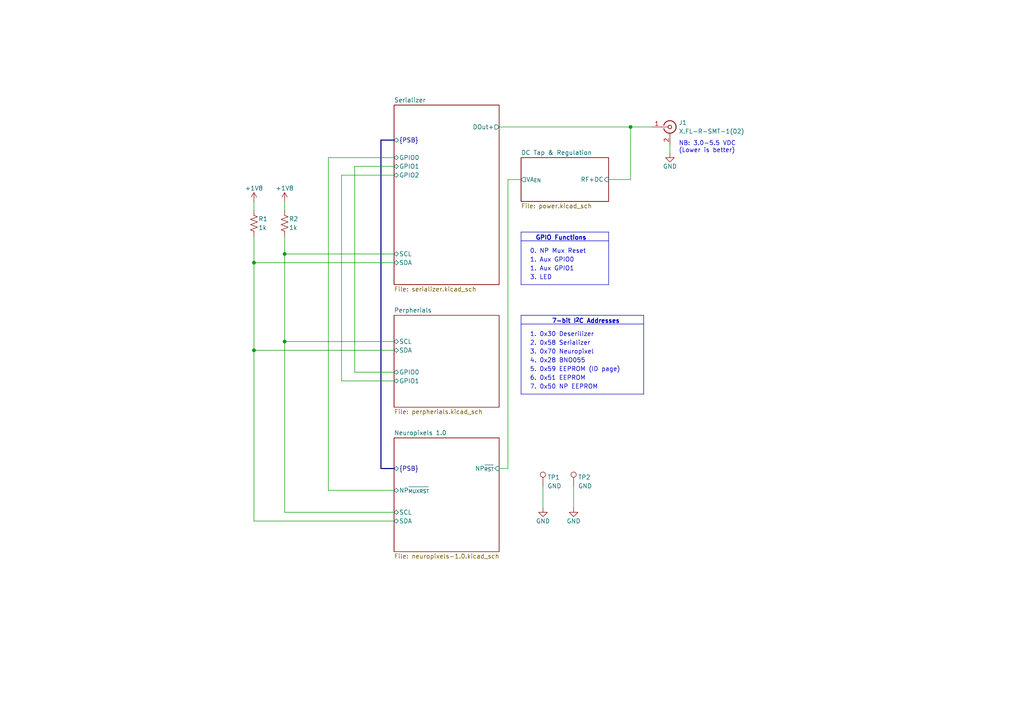
<source format=kicad_sch>
(kicad_sch (version 20230121) (generator eeschema)
  (paper "A4")
  (title_block (title "ONIX Neuropixels 1.0 Economical Headstage") (rev "B") (company "Open Ephys, Inc") (comment 1 "Jonathan P. Newman"))
  (lib_symbols
    (symbol "Connector:Conn_Coaxial" (pin_names (offset 1.016) hide)
      (property "Reference" "J" (at 0.254 3.048 0))
      (property "Value" "Conn_Coaxial" (at 2.921 0 90))
      (symbol "Conn_Coaxial_0_1"
        (arc (start -1.778 -0.508) (mid 0.2311 -1.8066) (end 1.778 0) (stroke (width 0.254)))
        (polyline (pts (xy -2.54 0) (xy -0.508 0)))
        (polyline (pts (xy 0 -2.54) (xy 0 -1.778)))
        (circle (center 0 0) (radius 0.508) (stroke (width 0.2032)))
        (arc (start 1.778 0) (mid 0.2099 1.8101) (end -1.778 0.508) (stroke (width 0.254)))
      )
      (symbol "Conn_Coaxial_1_1"
        (pin passive line (at -5.08 0 0) (length 2.54) (name "In") (number "1"))
        (pin passive line (at 0 -5.08 90) (length 2.54) (name "Ext") (number "2"))
      )
    )
    (symbol "Connector:TestPoint" (pin_numbers hide) (pin_names (offset 0.762) hide)
      (property "Reference" "TP" (at 0 6.858 0))
      (property "Value" "TestPoint" (at 0 5.08 0))
      (symbol "TestPoint_0_1"
        (circle (center 0 3.302) (radius 0.762))
      )
      (symbol "TestPoint_1_1"
        (pin passive line (at 0 0 90) (length 2.54) (name "1") (number "1"))
      )
    )
    (symbol "Device:R_US" (pin_numbers hide) (pin_names (offset 0))
      (property "Reference" "R" (at 2.54 0 90))
      (property "Value" "R_US" (at -2.54 0 90))
      (symbol "R_US_0_1"
        (polyline (pts (xy 0 -2.286) (xy 0 -2.54)))
        (polyline (pts (xy 0 2.286) (xy 0 2.54)))
        (polyline (pts (xy 0 -0.762) (xy 1.016 -1.143) (xy 0 -1.524) (xy -1.016 -1.905) (xy 0 -2.286)))
        (polyline (pts (xy 0 0.762) (xy 1.016 0.381) (xy 0 0) (xy -1.016 -0.381) (xy 0 -0.762)))
        (polyline (pts (xy 0 2.286) (xy 1.016 1.905) (xy 0 1.524) (xy -1.016 1.143) (xy 0 0.762)))
      )
      (symbol "R_US_1_1"
        (pin passive line (at 0 3.81 270) (length 1.27) (name "~") (number "1"))
        (pin passive line (at 0 -3.81 90) (length 1.27) (name "~") (number "2"))
      )
    )
    (symbol "power:+1V8" (power) (pin_names (offset 0))
      (property "Value" "+1V8" (at 0 3.556 0))
      (symbol "+1V8_0_1"
        (polyline (pts (xy -0.762 1.27) (xy 0 2.54)))
        (polyline (pts (xy 0 0) (xy 0 2.54)))
        (polyline (pts (xy 0 2.54) (xy 0.762 1.27)))
      )
      (symbol "+1V8_1_1"
        (pin power_in line (at 0 0 90) (length 0) hide (name "+1V8") (number "1"))
      )
    )
    (symbol "power:GND" (power) (pin_names (offset 0))
      (property "Value" "GND" (at 0 -3.81 0))
      (symbol "GND_0_1"
        (polyline (pts (xy 0 0) (xy 0 -1.27) (xy 1.27 -1.27) (xy 0 -2.54) (xy -1.27 -1.27) (xy 0 -1.27)))
      )
      (symbol "GND_1_1"
        (pin power_in line (at 0 0 270) (length 0) hide (name "GND") (number "1"))
      )
    )
  )
  (bus_alias "" (members))
  (bus_alias "PSB" (members "D[0..6]" "SYNC" "DCLK" "PCLK"))
  (junction (at 182.88 36.83))
  (junction (at 73.66 101.6))
  (junction (at 82.55 73.66))
  (junction (at 73.66 76.2))
  (junction (at 82.55 99.06))
  (bus (pts (xy 114.3 135.89) (xy 110.49 135.89)))
  (wire (pts (xy 147.32 52.07) (xy 147.32 135.89)))
  (wire (pts (xy 99.06 110.49) (xy 114.3 110.49)))
  (polyline (pts (xy 151.13 91.44) (xy 151.13 114.3)))
  (wire (pts (xy 99.06 50.8) (xy 99.06 110.49)))
  (wire (pts (xy 176.53 52.07) (xy 182.88 52.07)))
  (polyline (pts (xy 151.13 93.98) (xy 186.69 93.98)))
  (wire (pts (xy 82.55 73.66) (xy 82.55 99.06)))
  (wire (pts (xy 73.66 76.2) (xy 73.66 101.6)))
  (polyline (pts (xy 176.53 82.55) (xy 151.13 82.55)))
  (wire (pts (xy 73.66 58.42) (xy 73.66 60.96)))
  (wire (pts (xy 82.55 68.58) (xy 82.55 73.66)))
  (polyline (pts (xy 151.13 69.85) (xy 176.53 69.85)))
  (wire (pts (xy 73.66 68.58) (xy 73.66 76.2)))
  (bus (pts (xy 110.49 40.64) (xy 114.3 40.64)))
  (wire (pts (xy 82.55 99.06) (xy 114.3 99.06)))
  (wire (pts (xy 82.55 58.42) (xy 82.55 60.96)))
  (wire (pts (xy 166.37 140.97) (xy 166.37 147.32)))
  (wire (pts (xy 144.78 36.83) (xy 182.88 36.83)))
  (wire (pts (xy 82.55 73.66) (xy 114.3 73.66)))
  (polyline (pts (xy 151.13 91.44) (xy 186.69 91.44)))
  (wire (pts (xy 151.13 52.07) (xy 147.32 52.07)))
  (polyline (pts (xy 186.69 91.44) (xy 186.69 114.3)))
  (wire (pts (xy 73.66 101.6) (xy 73.66 151.13)))
  (polyline (pts (xy 176.53 67.31) (xy 176.53 82.55)))
  (wire (pts (xy 182.88 36.83) (xy 189.23 36.83)))
  (polyline (pts (xy 151.13 67.31) (xy 176.53 67.31)))
  (wire (pts (xy 182.88 36.83) (xy 182.88 52.07)))
  (wire (pts (xy 95.25 45.72) (xy 95.25 142.24)))
  (wire (pts (xy 194.31 41.91) (xy 194.31 44.45)))
  (wire (pts (xy 95.25 45.72) (xy 114.3 45.72)))
  (wire (pts (xy 114.3 50.8) (xy 99.06 50.8)))
  (wire (pts (xy 95.25 142.24) (xy 114.3 142.24)))
  (wire (pts (xy 102.87 48.26) (xy 114.3 48.26)))
  (wire (pts (xy 73.66 101.6) (xy 114.3 101.6)))
  (bus (pts (xy 110.49 135.89) (xy 110.49 40.64)))
  (polyline (pts (xy 186.69 114.3) (xy 151.13 114.3)))
  (wire (pts (xy 102.87 48.26) (xy 102.87 107.95)))
  (wire (pts (xy 157.48 140.97) (xy 157.48 147.32)))
  (wire (pts (xy 73.66 76.2) (xy 114.3 76.2)))
  (polyline (pts (xy 151.13 67.31) (xy 151.13 82.55)))
  (wire (pts (xy 82.55 99.06) (xy 82.55 148.59)))
  (wire (pts (xy 144.78 135.89) (xy 147.32 135.89)))
  (wire (pts (xy 73.66 151.13) (xy 114.3 151.13)))
  (wire (pts (xy 102.87 107.95) (xy 114.3 107.95)))
  (wire (pts (xy 82.55 148.59) (xy 114.3 148.59)))
  (text "GPIO Functions" (at 170.18 69.85 0) (effects (font (size 1.27 1.27) (thickness 0.254) bold) (justify right bottom)))
  (text "2. 0x58 Serializer\n" (at 153.67 100.33 0) (effects (font (size 1.27 1.27)) (justify left bottom)))
  (text "7-bit I^{2}C Addresses" (at 160.02 93.98 0) (effects (font (size 1.27 1.27) (thickness 0.254) bold) (justify left bottom)))
  (text "6. 0x51 EEPROM\n" (at 153.67 110.49 0) (effects (font (size 1.27 1.27)) (justify left bottom)))
  (text "NB: 3.0-5.5 VDC\n(Lower is better)" (at 196.85 44.45 0) (effects (font (size 1.27 1.27)) (justify left bottom)))
  (text "4. 0x28 BNO055\n" (at 153.67 105.41 0) (effects (font (size 1.27 1.27)) (justify left bottom)))
  (text "1. Aux GPIO1\n" (at 153.67 78.74 0) (effects (font (size 1.27 1.27)) (justify left bottom)))
  (text "7. 0x50 NP EEPROM\n" (at 153.67 113.03 0) (effects (font (size 1.27 1.27)) (justify left bottom)))
  (text "0. NP Mux Reset\n" (at 153.67 73.66 0) (effects (font (size 1.27 1.27)) (justify left bottom)))
  (text "5. 0x59 EEPROM (ID page)\n" (at 153.67 107.95 0) (effects (font (size 1.27 1.27)) (justify left bottom)))
  (text "1. Aux GPIO0\n" (at 153.67 76.2 0) (effects (font (size 1.27 1.27)) (justify left bottom)))
  (text "3. 0x70 Neuropixel\n" (at 153.67 102.87 0) (effects (font (size 1.27 1.27)) (justify left bottom)))
  (text "1. 0x30 Deserilizer\n" (at 153.67 97.79 0) (effects (font (size 1.27 1.27)) (justify left bottom)))
  (text "3. LED" (at 153.67 81.28 0) (effects (font (size 1.27 1.27)) (justify left bottom)))
  (symbol (lib_id "power:+1V8") (at 73.66 58.42 0) (unit 1)
    (property "Reference" "#PWR02" (effects hide))
    (property "Value" "+1V8" (at 73.66 54.61 0))
  )
  (symbol (lib_id "power:GND") (at 194.31 44.45 0) (unit 1)
    (property "Reference" "#PWR01" (effects hide))
    (property "Value" "GND" (at 194.31 48.26 0))
  )
  (symbol (lib_id "power:GND") (at 157.48 147.32 0) (mirror y) (unit 1)
    (property "Reference" "#PWR04" (effects hide))
    (property "Value" "GND" (at 157.48 151.13 0))
  )
  (symbol (lib_id "Connector:Conn_Coaxial") (at 194.31 36.83 0) (unit 1)
    (property "Reference" "J1" (at 196.85 35.56 0) (effects (justify left)))
    (property "Value" "X.FL-R-SMT-1(02)" (at 196.85 38.1 0) (effects (justify left)))
    (property "Footprint" "jonnew:HIROSE_X.FL-R-SMT-1" (effects hide))
    (property "Datasheet" " ~" (effects hide))
  )
  (symbol (lib_id "Connector:TestPoint") (at 157.48 140.97 0) (unit 1) (in_bom no)
    (property "Reference" "TP1" (at 158.75 138.43 0) (effects (justify left)))
    (property "Value" "GND" (at 158.75 140.97 0) (effects (justify left)))
    (property "Footprint" "TestPoint:TestPoint_THTPad_D2.5mm_Drill1.2mm" (effects hide))
  )
  (symbol (lib_id "Device:R_US") (at 73.66 64.77 0) (unit 1)
    (property "Reference" "R1" (at 74.93 63.5 0) (effects (justify left)))
    (property "Value" "1k" (at 74.93 66.04 0) (effects (justify left)))
    (property "Footprint" "Resistor_SMD:R_0201_0603Metric" (effects hide))
    (property "CASE/PACKAGE" "0201" (effects hide))
    (property "Tolerance" "1%" (effects hide))
  )
  (symbol (lib_id "power:GND") (at 166.37 147.32 0) (mirror y) (unit 1)
    (property "Reference" "#PWR05" (effects hide))
    (property "Value" "GND" (at 166.37 151.13 0))
  )
  (symbol (lib_id "Device:R_US") (at 82.55 64.77 0) (unit 1)
    (property "Reference" "R2" (at 83.82 63.5 0) (effects (justify left)))
    (property "Value" "1k" (at 83.82 66.04 0) (effects (justify left)))
    (property "Footprint" "Resistor_SMD:R_0201_0603Metric" (effects hide))
    (property "CASE/PACKAGE" "0201" (effects hide))
    (property "Tolerance" "1%" (effects hide))
  )
  (symbol (lib_id "power:+1V8") (at 82.55 58.42 0) (unit 1)
    (property "Reference" "#PWR03" (effects hide))
    (property "Value" "+1V8" (at 82.55 54.61 0))
  )
  (symbol (lib_id "Connector:TestPoint") (at 166.37 140.97 0) (unit 1) (in_bom no)
    (property "Reference" "TP2" (at 167.64 138.43 0) (effects (justify left)))
    (property "Value" "GND" (at 167.64 140.97 0) (effects (justify left)))
    (property "Footprint" "TestPoint:TestPoint_THTPad_D2.5mm_Drill1.2mm" (effects hide))
  )
  (sheet (at 114.3 91.44) (size 30.48 26.67) (stroke (width 0.1524))
    (property "Sheetname" "Perpherials" (at 114.3 90.7284 0) (effects (justify left bottom)))
    (property "Sheetfile" "perpherials.kicad_sch" (at 114.3 118.6946 0) (effects (justify left top)))
    (pin "SDA" bidirectional (at 114.3 101.6 180))
    (pin "SCL" bidirectional (at 114.3 99.06 180))
    (pin "GPIO1" bidirectional (at 114.3 110.49 180))
    (pin "GPIO0" bidirectional (at 114.3 107.95 180))
  )
  (sheet (at 114.3 30.48) (size 30.48 52.07) (stroke (width 0.1524))
    (property "Sheetname" "Serializer" (at 114.3 29.7684 0) (effects (justify left bottom)))
    (property "Sheetfile" "serializer.kicad_sch" (at 114.3 83.1346 0) (effects (justify left top)))
    (pin "DOut+" output (at 144.78 36.83 0))
    (pin "SCL" bidirectional (at 114.3 73.66 180))
    (pin "SDA" bidirectional (at 114.3 76.2 180))
    (pin "GPIO0" bidirectional (at 114.3 45.72 180))
    (pin "GPIO2" bidirectional (at 114.3 50.8 180))
    (pin "GPIO1" bidirectional (at 114.3 48.26 180))
    (pin "{PSB}" bidirectional (at 114.3 40.64 180))
  )
  (sheet (at 151.13 45.72) (size 25.4 12.7) (stroke (width 0.1524))
    (property "Sheetname" "DC Tap & Regulation" (at 151.13 45.0084 0) (effects (justify left bottom)))
    (property "Sheetfile" "power.kicad_sch" (at 151.13 59.0046 0) (effects (justify left top)))
    (pin "RF+DC" input (at 176.53 52.07 0))
    (pin "VA_{EN}" output (at 151.13 52.07 180))
  )
  (sheet (at 114.3 127) (size 30.48 33.02) (stroke (width 0.1524))
    (property "Sheetname" "Neuropixels 1.0" (at 114.3 126.2884 0) (effects (justify left bottom)))
    (property "Sheetfile" "neuropixels-1.0.kicad_sch" (at 114.3 160.6046 0) (effects (justify left top)))
    (pin "SCL" bidirectional (at 114.3 148.59 180))
    (pin "SDA" bidirectional (at 114.3 151.13 180))
    (pin "NP_{~{RST}}" input (at 144.78 135.89 0))
    (pin "NP_{~{MUXRST}}" bidirectional (at 114.3 142.24 180))
    (pin "{PSB}" bidirectional (at 114.3 135.89 180))
  )
)
</source>
